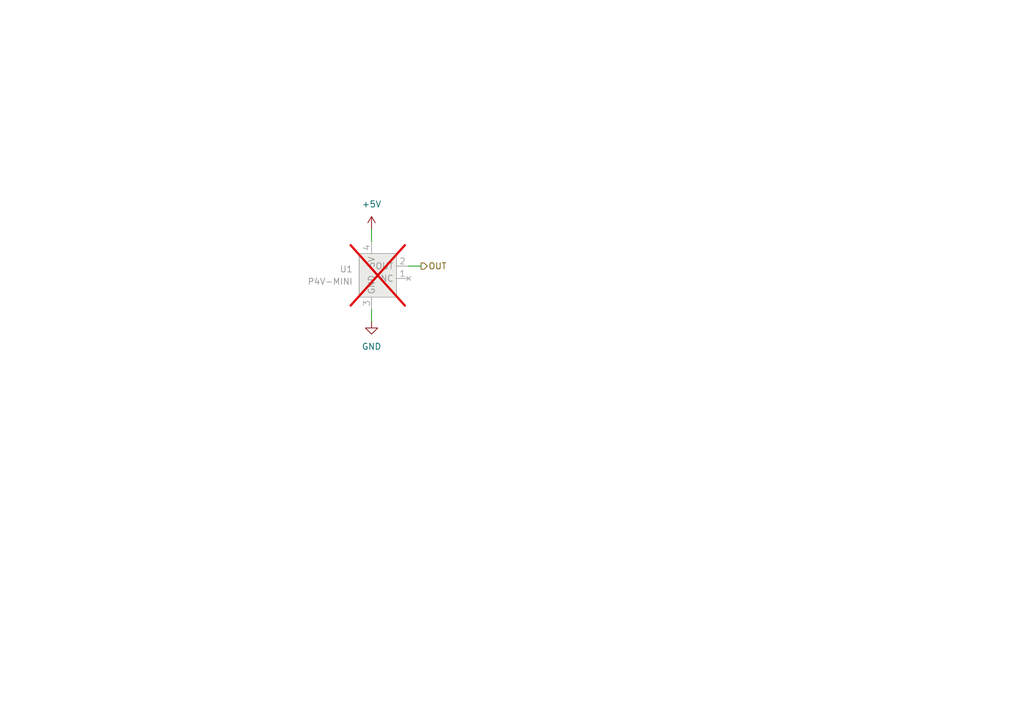
<source format=kicad_sch>
(kicad_sch (version 20231120) (generator "eeschema") (generator_version "8.0")
  (paper "A5")
  (lib_symbols
    (symbol "User_Symbols:P4V-MINI"
      (property "Reference" "U" (at -1.27 1.524 0))
      (property "Value" "P4V-MINI" (at -3.81 2.54 0))
      (symbol "P4V-MINI_1_1"
        (rectangle (start 0 0) (end 7.62 -8.89) (fill (type background)))
        (pin no_connect line (at 10.16 -5.08 180) (length 2.54) (name "NC") (number "1"))
        (pin output line (at 10.16 -2.54 180) (length 2.54) (name "OUT") (number "2"))
        (pin power_in line (at 2.54 -11.43 90) (length 2.54) (name "GND") (number "3"))
        (pin power_in line (at 2.54 2.54 270) (length 2.54) (name "5V") (number "4"))
      )
    )
    (symbol "power:+5V" (power) (pin_numbers hide) (pin_names (offset 0) hide)
      (property "Value" "+5V" (at 0 3.556 0))
      (symbol "+5V_0_1"
        (polyline (pts (xy -0.762 1.27) (xy 0 2.54)))
        (polyline (pts (xy 0 0) (xy 0 2.54)))
        (polyline (pts (xy 0 2.54) (xy 0.762 1.27)))
      )
      (symbol "+5V_1_1"
        (pin power_in line (at 0 0 90) (length 0) (name "~") (number "1"))
      )
    )
    (symbol "power:GND" (power) (pin_numbers hide) (pin_names (offset 0) hide)
      (property "Value" "GND" (at 0 -3.81 0))
      (symbol "GND_0_1"
        (polyline (pts (xy 0 0) (xy 0 -1.27) (xy 1.27 -1.27) (xy 0 -2.54) (xy -1.27 -1.27) (xy 0 -1.27)))
      )
      (symbol "GND_1_1"
        (pin power_in line (at 0 0 270) (length 0) (name "~") (number "1"))
      )
    )
  )
  (wire (pts (xy 76.2 46.99) (xy 76.2 49.53)))
  (wire (pts (xy 83.82 54.61) (xy 86.36 54.61)))
  (wire (pts (xy 76.2 63.5) (xy 76.2 66.04)))
  (hierarchical_label "OUT" (shape output) (at 86.36 54.61 0))
  (symbol (lib_id "power:GND") (at 76.2 66.04 0) (unit 1)
    (property "Reference" "#PWR04" (effects (hide yes)))
    (property "Value" "GND" (at 76.2 71.12 0))
    (property "Description" "Power symbol creates a global label with name \"GND\" , ground" (effects (hide yes)))
    (instances (project "micro-carrier" (path "" (reference "#PWR04") (unit 1)) (path "" (reference "#PWR06") (unit 1)) (path "" (reference "#PWR08") (unit 1)) (path "" (reference "#PWR010") (unit 1)) (path "" (reference "#PWR012") (unit 1)) (path "" (reference "#PWR014") (unit 1)) (path "" (reference "#PWR016") (unit 1)) (path "" (reference "#PWR018") (unit 1)) (path "" (reference "#PWR020") (unit 1)) (path "" (reference "#PWR022") (unit 1)) (path "" (reference "#PWR024") (unit 1)) (path "" (reference "#PWR01") (unit 1))))
  )
  (symbol (lib_id "power:+5V") (at 76.2 46.99 0) (unit 1)
    (property "Reference" "#PWR03" (effects (hide yes)))
    (property "Value" "+5V" (at 76.2 41.91 0))
    (property "Description" "Power symbol creates a global label with name \"+5V\"" (effects (hide yes)))
    (instances (project "micro-carrier" (path "" (reference "#PWR03") (unit 1)) (path "" (reference "#PWR05") (unit 1)) (path "" (reference "#PWR07") (unit 1)) (path "" (reference "#PWR09") (unit 1)) (path "" (reference "#PWR011") (unit 1)) (path "" (reference "#PWR013") (unit 1)) (path "" (reference "#PWR015") (unit 1)) (path "" (reference "#PWR017") (unit 1)) (path "" (reference "#PWR019") (unit 1)) (path "" (reference "#PWR021") (unit 1)) (path "" (reference "#PWR023") (unit 1)) (path "" (reference "#PWR02") (unit 1))))
  )
  (symbol (lib_id "User_Symbols:P4V-MINI") (at 73.66 52.07 0) (unit 1) (dnp yes)
    (property "Reference" "U1" (at 72.39 55.2449 0) (effects (justify right)))
    (property "Value" "P4V-MINI" (at 72.39 57.7849 0) (effects (justify right)))
    (property "Footprint" "User_Footprints:P4V-MINI" (effects (hide yes)))
    (property "Datasheet" "https://www.digikey.com/en/products/detail/amphenol-all-sensors-corporation/5-INCH-G-P4V-MINI/502214" (effects (hide yes)))
    (property "Description" "Differential Pressure Sensor" (effects (hide yes)))
    (instances (project "micro-carrier" (path "" (reference "U1") (unit 1)) (path "" (reference "U2") (unit 1)) (path "" (reference "U3") (unit 1)) (path "" (reference "U4") (unit 1)) (path "" (reference "U5") (unit 1)) (path "" (reference "U6") (unit 1)) (path "" (reference "U7") (unit 1)) (path "" (reference "U8") (unit 1)) (path "" (reference "U9") (unit 1)) (path "" (reference "U10") (unit 1)) (path "" (reference "U11") (unit 1)) (path "" (reference "U12") (unit 1))))
  )
)
</source>
